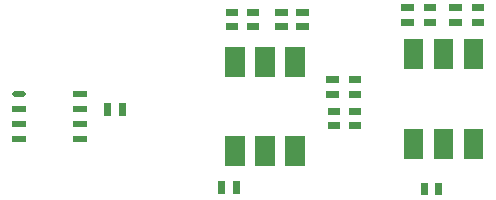
<source format=gbr>
G04 Title: RX Daughterboard, solder paste, component side *
G04 Creator: pcb-bin 1.99p *
G04 CreationDate: Thu Dec 30 23:48:06 2004 UTC *
G04 For: matt *
G04 Format: Gerber/RS-274X *
G04 PCB-Dimensions: 275000 250000 *
G04 PCB-Coordinate-Origin: lower left *
%MOIN*%
%FSLAX24Y24*%
%IPPOS*%
%ADD11C,0.0100*%
%ADD12C,0.0300*%
%ADD13R,0.0600X0.0600*%
%ADD14R,0.0660X0.0660*%
%ADD15R,0.0900X0.0900X0.0600X0.0600*%
%ADD16R,0.0900X0.0900*%
%ADD17C,0.0600*%
%ADD18C,0.0660*%
%ADD19C,0.0900X0.0600*%
%ADD20C,0.0900*%
%ADD21C,0.0125*%
%AMTHERM1*7,0,0,0.0900,0.0600,0.0125,45*%
%ADD22THERM1*%
%ADD23C,0.1300*%
%ADD24C,0.1360*%
%ADD25C,0.1600X0.1300*%
%ADD26C,0.1600*%
%ADD27C,0.0150*%
%ADD28C,0.0250*%
%ADD29C,0.0080*%
%AMTHERM2*7,0,0,0.0900,0.0600,0.0100,45*%
%ADD30THERM2*%
%ADD31C,0.0200*%
%ADD32R,0.0240X0.0240*%
%ADD33R,0.0440X0.0440*%
%ADD34R,0.0300X0.0300*%
%ADD35C,0.0060*%
%ADD36C,0.0160*%
%ADD37C,0.0460*%
%ADD38C,0.0220*%
%ADD39R,0.0160X0.0160*%
%ADD40R,0.0460X0.0460*%
%ADD41R,0.0220X0.0220*%
%ADD42C,0.0500*%
%ADD43R,0.0200X0.0200*%
%ADD44R,0.0500X0.0500*%
%ADD45R,0.0540X0.0540*%
%ADD46R,0.0650X0.0650*%
%ADD47R,0.0950X0.0950*%
%ADD48C,0.1200X0.0900*%
%ADD49C,0.1200*%
%AMTHERM3*7,0,0,0.1200,0.0900,0.0150,45*%
%ADD50THERM3*%
%ADD51C,0.0720*%
%ADD52C,0.0920X0.0720*%
%ADD53C,0.0920*%
%ADD54C,0.0240*%
%ADD55C,0.0340*%
%ADD56C,0.0119*%
%ADD57C,0.1320*%
%ADD58C,0.1100*%
%ADD59C,0.1520*%
%ADD60C,0.1520X0.1320*%
%ADD61C,0.0400*%
%ADD62C,0.0600X0.0400*%
%AMTHERM4*7,0,0,0.0600,0.0400,0.0100,45*%
%ADD63THERM4*%
%ADD64C,0.0800*%
%ADD65C,0.0800X0.0600*%
%AMTHERM5*7,0,0,0.0800,0.0600,0.0160,45*%
%ADD66THERM5*%
%LNGROUP_3*%
%LPD*%
G01X0Y0D02*
G54D31*X8660Y7100D02*X8940D01*
G54D43*X8660Y6600D02*X8940D01*
X8660Y6100D02*X8940D01*
X8660Y5600D02*X8940D01*
X10700D02*X10980D01*
X10700Y6100D02*X10980D01*
X10700Y6600D02*X10980D01*
X10700Y7100D02*X10980D01*
G54D32*X12240Y6690D02*Y6510D01*
X11760Y6690D02*Y6510D01*
X16510Y9840D02*X16690D01*
X16510Y9360D02*X16690D01*
X15810D02*X15990D01*
X15810Y9840D02*X15990D01*
G54D46*X16000Y5380D02*Y5030D01*
X17000Y5380D02*Y5030D01*
X18000Y5380D02*Y5030D01*
Y8370D02*Y8020D01*
X17000Y8370D02*Y8020D01*
X16000Y8370D02*Y8020D01*
G54D32*X19910Y6540D02*X20090D01*
X19910Y6060D02*X20090D01*
X19160Y7590D02*X19340D01*
X19160Y7110D02*X19340D01*
X19210Y6540D02*X19390D01*
X19210Y6060D02*X19390D01*
X19910Y7590D02*X20090D01*
X19910Y7110D02*X20090D01*
X22310Y4040D02*Y3860D01*
X22790Y4040D02*Y3860D01*
X22410Y9990D02*X22590D01*
X22410Y9510D02*X22590D01*
X23260Y9990D02*X23440D01*
X23260Y9510D02*X23440D01*
X21660D02*X21840D01*
X21660Y9990D02*X21840D01*
X18160Y9360D02*X18340D01*
X18160Y9840D02*X18340D01*
X24010Y9510D02*X24190D01*
X24010Y9990D02*X24190D01*
X17460Y9840D02*X17640D01*
X17460Y9360D02*X17640D01*
G54D46*X21950Y5630D02*Y5280D01*
X22950Y5630D02*Y5280D01*
X23950Y5630D02*Y5280D01*
Y8620D02*Y8270D01*
X22950Y8620D02*Y8270D01*
X21950Y8620D02*Y8270D01*
G54D32*X16040Y4090D02*Y3910D01*
X15560Y4090D02*Y3910D01*
M02*

</source>
